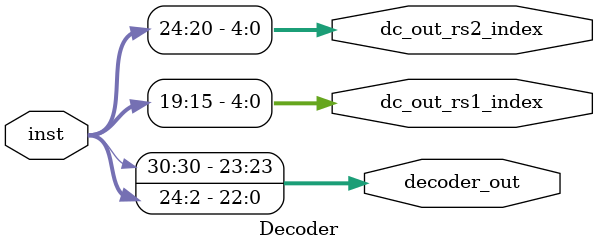
<source format=v>
module Decoder(
    input [31:0] inst,
    output [23:0] decoder_out,
    output [4:0] dc_out_rs1_index,
    output [4:0] dc_out_rs2_index
);

assign decoder_out = {inst[30], inst[24:2]};
assign dc_out_rs1_index = inst[19:15];
assign dc_out_rs2_index = inst[24:20];

endmodule
</source>
